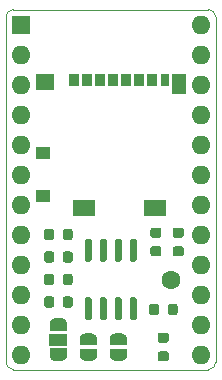
<source format=gbr>
%TF.GenerationSoftware,KiCad,Pcbnew,5.1.6+dfsg1-1~bpo10+1*%
%TF.CreationDate,Date%
%TF.ProjectId,ProMicro_LOG,50726f4d-6963-4726-9f5f-4c4f472e6b69,v1.2*%
%TF.SameCoordinates,Original*%
%TF.FileFunction,Soldermask,Top*%
%TF.FilePolarity,Negative*%
%FSLAX45Y45*%
G04 Gerber Fmt 4.5, Leading zero omitted, Abs format (unit mm)*
G04 Created by KiCad*
%MOMM*%
%LPD*%
G01*
G04 APERTURE LIST*
%TA.AperFunction,Profile*%
%ADD10C,0.100000*%
%TD*%
%ADD11R,1.600000X1.600000*%
%ADD12O,1.600000X1.600000*%
%ADD13C,0.150000*%
%ADD14R,1.500000X1.000000*%
%ADD15C,1.600000*%
%ADD16R,1.900000X1.350000*%
%ADD17R,1.200000X1.000000*%
%ADD18R,1.550000X1.350000*%
%ADD19R,1.170000X1.800000*%
%ADD20R,0.850000X1.100000*%
%ADD21R,0.750000X1.100000*%
G04 APERTURE END LIST*
D10*
X-63500Y127000D02*
G75*
G03*
X-127000Y63500I0J-63500D01*
G01*
X1651000Y63500D02*
G75*
G03*
X1587500Y127000I-63500J0D01*
G01*
X1587500Y-2921000D02*
G75*
G03*
X1651000Y-2857500I0J63500D01*
G01*
X-127000Y-2857500D02*
G75*
G03*
X-63500Y-2921000I63500J0D01*
G01*
X-127000Y63500D02*
X-127000Y-2857500D01*
X1587500Y127000D02*
X-63500Y127000D01*
X1651000Y-2857500D02*
X1651000Y63500D01*
X-63500Y-2921000D02*
X1587500Y-2921000D01*
G36*
G01*
X352500Y-1803625D02*
X352500Y-1752375D01*
G75*
G02*
X374375Y-1730500I21875J0D01*
G01*
X418125Y-1730500D01*
G75*
G02*
X440000Y-1752375I0J-21875D01*
G01*
X440000Y-1803625D01*
G75*
G02*
X418125Y-1825500I-21875J0D01*
G01*
X374375Y-1825500D01*
G75*
G02*
X352500Y-1803625I0J21875D01*
G01*
G37*
G36*
G01*
X195000Y-1803625D02*
X195000Y-1752375D01*
G75*
G02*
X216875Y-1730500I21875J0D01*
G01*
X260625Y-1730500D01*
G75*
G02*
X282500Y-1752375I0J-21875D01*
G01*
X282500Y-1803625D01*
G75*
G02*
X260625Y-1825500I-21875J0D01*
G01*
X216875Y-1825500D01*
G75*
G02*
X195000Y-1803625I0J21875D01*
G01*
G37*
D11*
X0Y0D03*
D12*
X0Y-254000D03*
X0Y-508000D03*
X1524000Y-2794000D03*
X0Y-762000D03*
X1524000Y-2540000D03*
X0Y-1016000D03*
X1524000Y-2286000D03*
X0Y-1270000D03*
X1524000Y-2032000D03*
X0Y-1524000D03*
X1524000Y-1778000D03*
X0Y-1778000D03*
X1524000Y-1524000D03*
X0Y-2032000D03*
X1524000Y-1270000D03*
X0Y-2286000D03*
X1524000Y-1016000D03*
X0Y-2540000D03*
X1524000Y-762000D03*
X0Y-2794000D03*
X1524000Y-508000D03*
X1524000Y-254000D03*
X1524000Y0D03*
G36*
G01*
X1180875Y-2765500D02*
X1232125Y-2765500D01*
G75*
G02*
X1254000Y-2787375I0J-21875D01*
G01*
X1254000Y-2831125D01*
G75*
G02*
X1232125Y-2853000I-21875J0D01*
G01*
X1180875Y-2853000D01*
G75*
G02*
X1159000Y-2831125I0J21875D01*
G01*
X1159000Y-2787375D01*
G75*
G02*
X1180875Y-2765500I21875J0D01*
G01*
G37*
G36*
G01*
X1180875Y-2608000D02*
X1232125Y-2608000D01*
G75*
G02*
X1254000Y-2629875I0J-21875D01*
G01*
X1254000Y-2673625D01*
G75*
G02*
X1232125Y-2695500I-21875J0D01*
G01*
X1180875Y-2695500D01*
G75*
G02*
X1159000Y-2673625I0J21875D01*
G01*
X1159000Y-2629875D01*
G75*
G02*
X1180875Y-2608000I21875J0D01*
G01*
G37*
D13*
G36*
X392500Y-2742000D02*
G01*
X392500Y-2797000D01*
X392440Y-2797000D01*
X392440Y-2799453D01*
X391959Y-2804336D01*
X391002Y-2809149D01*
X389577Y-2813844D01*
X387699Y-2818378D01*
X385386Y-2822705D01*
X382660Y-2826785D01*
X379548Y-2830578D01*
X376078Y-2834048D01*
X372285Y-2837160D01*
X368205Y-2839886D01*
X363878Y-2842199D01*
X359344Y-2844077D01*
X354649Y-2845502D01*
X349836Y-2846459D01*
X344953Y-2846940D01*
X342500Y-2846940D01*
X342500Y-2847000D01*
X292500Y-2847000D01*
X292500Y-2846940D01*
X290047Y-2846940D01*
X285164Y-2846459D01*
X280351Y-2845502D01*
X275656Y-2844077D01*
X271122Y-2842199D01*
X266795Y-2839886D01*
X262715Y-2837160D01*
X258922Y-2834048D01*
X255452Y-2830578D01*
X252340Y-2826785D01*
X249614Y-2822705D01*
X247300Y-2818378D01*
X245423Y-2813844D01*
X243998Y-2809149D01*
X243041Y-2804336D01*
X242560Y-2799453D01*
X242560Y-2797000D01*
X242500Y-2797000D01*
X242500Y-2742000D01*
X392500Y-2742000D01*
G37*
D14*
X317500Y-2667000D03*
D13*
G36*
X242560Y-2537000D02*
G01*
X242560Y-2534547D01*
X243041Y-2529664D01*
X243998Y-2524851D01*
X245423Y-2520156D01*
X247300Y-2515622D01*
X249614Y-2511295D01*
X252340Y-2507215D01*
X255452Y-2503422D01*
X258922Y-2499952D01*
X262715Y-2496840D01*
X266795Y-2494114D01*
X271122Y-2491801D01*
X275656Y-2489923D01*
X280351Y-2488498D01*
X285164Y-2487541D01*
X290047Y-2487060D01*
X292500Y-2487060D01*
X292500Y-2487000D01*
X342500Y-2487000D01*
X342500Y-2487060D01*
X344953Y-2487060D01*
X349836Y-2487541D01*
X354649Y-2488498D01*
X359344Y-2489923D01*
X363878Y-2491801D01*
X368205Y-2494114D01*
X372285Y-2496840D01*
X376078Y-2499952D01*
X379548Y-2503422D01*
X382660Y-2507215D01*
X385386Y-2511295D01*
X387699Y-2515622D01*
X389577Y-2520156D01*
X391002Y-2524851D01*
X391959Y-2529664D01*
X392440Y-2534547D01*
X392440Y-2537000D01*
X392500Y-2537000D01*
X392500Y-2592000D01*
X242500Y-2592000D01*
X242500Y-2537000D01*
X242560Y-2537000D01*
G37*
G36*
G01*
X1168625Y-1806500D02*
X1117375Y-1806500D01*
G75*
G02*
X1095500Y-1784625I0J21875D01*
G01*
X1095500Y-1740875D01*
G75*
G02*
X1117375Y-1719000I21875J0D01*
G01*
X1168625Y-1719000D01*
G75*
G02*
X1190500Y-1740875I0J-21875D01*
G01*
X1190500Y-1784625D01*
G75*
G02*
X1168625Y-1806500I-21875J0D01*
G01*
G37*
G36*
G01*
X1168625Y-1964000D02*
X1117375Y-1964000D01*
G75*
G02*
X1095500Y-1942125I0J21875D01*
G01*
X1095500Y-1898375D01*
G75*
G02*
X1117375Y-1876500I21875J0D01*
G01*
X1168625Y-1876500D01*
G75*
G02*
X1190500Y-1898375I0J-21875D01*
G01*
X1190500Y-1942125D01*
G75*
G02*
X1168625Y-1964000I-21875J0D01*
G01*
G37*
G36*
G01*
X1359125Y-1806500D02*
X1307875Y-1806500D01*
G75*
G02*
X1286000Y-1784625I0J21875D01*
G01*
X1286000Y-1740875D01*
G75*
G02*
X1307875Y-1719000I21875J0D01*
G01*
X1359125Y-1719000D01*
G75*
G02*
X1381000Y-1740875I0J-21875D01*
G01*
X1381000Y-1784625D01*
G75*
G02*
X1359125Y-1806500I-21875J0D01*
G01*
G37*
G36*
G01*
X1359125Y-1964000D02*
X1307875Y-1964000D01*
G75*
G02*
X1286000Y-1942125I0J21875D01*
G01*
X1286000Y-1898375D01*
G75*
G02*
X1307875Y-1876500I21875J0D01*
G01*
X1359125Y-1876500D01*
G75*
G02*
X1381000Y-1898375I0J-21875D01*
G01*
X1381000Y-1942125D01*
G75*
G02*
X1359125Y-1964000I-21875J0D01*
G01*
G37*
G36*
G01*
X352500Y-1994125D02*
X352500Y-1942875D01*
G75*
G02*
X374375Y-1921000I21875J0D01*
G01*
X418125Y-1921000D01*
G75*
G02*
X440000Y-1942875I0J-21875D01*
G01*
X440000Y-1994125D01*
G75*
G02*
X418125Y-2016000I-21875J0D01*
G01*
X374375Y-2016000D01*
G75*
G02*
X352500Y-1994125I0J21875D01*
G01*
G37*
G36*
G01*
X195000Y-1994125D02*
X195000Y-1942875D01*
G75*
G02*
X216875Y-1921000I21875J0D01*
G01*
X260625Y-1921000D01*
G75*
G02*
X282500Y-1942875I0J-21875D01*
G01*
X282500Y-1994125D01*
G75*
G02*
X260625Y-2016000I-21875J0D01*
G01*
X216875Y-2016000D01*
G75*
G02*
X195000Y-1994125I0J21875D01*
G01*
G37*
G36*
G01*
X352500Y-2184625D02*
X352500Y-2133375D01*
G75*
G02*
X374375Y-2111500I21875J0D01*
G01*
X418125Y-2111500D01*
G75*
G02*
X440000Y-2133375I0J-21875D01*
G01*
X440000Y-2184625D01*
G75*
G02*
X418125Y-2206500I-21875J0D01*
G01*
X374375Y-2206500D01*
G75*
G02*
X352500Y-2184625I0J21875D01*
G01*
G37*
G36*
G01*
X195000Y-2184625D02*
X195000Y-2133375D01*
G75*
G02*
X216875Y-2111500I21875J0D01*
G01*
X260625Y-2111500D01*
G75*
G02*
X282500Y-2133375I0J-21875D01*
G01*
X282500Y-2184625D01*
G75*
G02*
X260625Y-2206500I-21875J0D01*
G01*
X216875Y-2206500D01*
G75*
G02*
X195000Y-2184625I0J21875D01*
G01*
G37*
G36*
G01*
X352500Y-2375125D02*
X352500Y-2323875D01*
G75*
G02*
X374375Y-2302000I21875J0D01*
G01*
X418125Y-2302000D01*
G75*
G02*
X440000Y-2323875I0J-21875D01*
G01*
X440000Y-2375125D01*
G75*
G02*
X418125Y-2397000I-21875J0D01*
G01*
X374375Y-2397000D01*
G75*
G02*
X352500Y-2375125I0J21875D01*
G01*
G37*
G36*
G01*
X195000Y-2375125D02*
X195000Y-2323875D01*
G75*
G02*
X216875Y-2302000I21875J0D01*
G01*
X260625Y-2302000D01*
G75*
G02*
X282500Y-2323875I0J-21875D01*
G01*
X282500Y-2375125D01*
G75*
G02*
X260625Y-2397000I-21875J0D01*
G01*
X216875Y-2397000D01*
G75*
G02*
X195000Y-2375125I0J21875D01*
G01*
G37*
G36*
G01*
X1171500Y-2387375D02*
X1171500Y-2438625D01*
G75*
G02*
X1149625Y-2460500I-21875J0D01*
G01*
X1105875Y-2460500D01*
G75*
G02*
X1084000Y-2438625I0J21875D01*
G01*
X1084000Y-2387375D01*
G75*
G02*
X1105875Y-2365500I21875J0D01*
G01*
X1149625Y-2365500D01*
G75*
G02*
X1171500Y-2387375I0J-21875D01*
G01*
G37*
G36*
G01*
X1329000Y-2387375D02*
X1329000Y-2438625D01*
G75*
G02*
X1307125Y-2460500I-21875J0D01*
G01*
X1263375Y-2460500D01*
G75*
G02*
X1241500Y-2438625I0J21875D01*
G01*
X1241500Y-2387375D01*
G75*
G02*
X1263375Y-2365500I21875J0D01*
G01*
X1307125Y-2365500D01*
G75*
G02*
X1329000Y-2387375I0J-21875D01*
G01*
G37*
G36*
X646440Y-2795500D02*
G01*
X646440Y-2797953D01*
X645959Y-2802836D01*
X645002Y-2807649D01*
X643577Y-2812344D01*
X641700Y-2816878D01*
X639386Y-2821205D01*
X636660Y-2825285D01*
X633548Y-2829078D01*
X630078Y-2832548D01*
X626285Y-2835660D01*
X622205Y-2838386D01*
X617878Y-2840699D01*
X613345Y-2842577D01*
X608649Y-2844002D01*
X603837Y-2844959D01*
X598953Y-2845440D01*
X596500Y-2845440D01*
X596500Y-2845500D01*
X546500Y-2845500D01*
X546500Y-2845440D01*
X544047Y-2845440D01*
X539164Y-2844959D01*
X534351Y-2844002D01*
X529656Y-2842577D01*
X525122Y-2840699D01*
X520795Y-2838386D01*
X516715Y-2835660D01*
X512922Y-2832548D01*
X509452Y-2829078D01*
X506340Y-2825285D01*
X503614Y-2821205D01*
X501300Y-2816878D01*
X499423Y-2812344D01*
X497998Y-2807649D01*
X497041Y-2802836D01*
X496560Y-2797953D01*
X496560Y-2795500D01*
X496500Y-2795500D01*
X496500Y-2745500D01*
X646500Y-2745500D01*
X646500Y-2795500D01*
X646440Y-2795500D01*
G37*
G36*
X496500Y-2715500D02*
G01*
X496500Y-2665500D01*
X496560Y-2665500D01*
X496560Y-2663047D01*
X497041Y-2658164D01*
X497998Y-2653351D01*
X499423Y-2648656D01*
X501300Y-2644122D01*
X503614Y-2639795D01*
X506340Y-2635715D01*
X509452Y-2631922D01*
X512922Y-2628452D01*
X516715Y-2625340D01*
X520795Y-2622614D01*
X525122Y-2620301D01*
X529656Y-2618423D01*
X534351Y-2616998D01*
X539164Y-2616041D01*
X544047Y-2615560D01*
X546500Y-2615560D01*
X546500Y-2615500D01*
X596500Y-2615500D01*
X596500Y-2615560D01*
X598953Y-2615560D01*
X603837Y-2616041D01*
X608649Y-2616998D01*
X613345Y-2618423D01*
X617878Y-2620301D01*
X622205Y-2622614D01*
X626285Y-2625340D01*
X630078Y-2628452D01*
X633548Y-2631922D01*
X636660Y-2635715D01*
X639386Y-2639795D01*
X641700Y-2644122D01*
X643577Y-2648656D01*
X645002Y-2653351D01*
X645959Y-2658164D01*
X646440Y-2663047D01*
X646440Y-2665500D01*
X646500Y-2665500D01*
X646500Y-2715500D01*
X496500Y-2715500D01*
G37*
G36*
X900440Y-2795500D02*
G01*
X900440Y-2797953D01*
X899959Y-2802836D01*
X899002Y-2807649D01*
X897577Y-2812344D01*
X895699Y-2816878D01*
X893386Y-2821205D01*
X890660Y-2825285D01*
X887548Y-2829078D01*
X884078Y-2832548D01*
X880285Y-2835660D01*
X876205Y-2838386D01*
X871878Y-2840699D01*
X867344Y-2842577D01*
X862649Y-2844002D01*
X857836Y-2844959D01*
X852953Y-2845440D01*
X850500Y-2845440D01*
X850500Y-2845500D01*
X800500Y-2845500D01*
X800500Y-2845440D01*
X798047Y-2845440D01*
X793163Y-2844959D01*
X788351Y-2844002D01*
X783655Y-2842577D01*
X779122Y-2840699D01*
X774795Y-2838386D01*
X770715Y-2835660D01*
X766922Y-2832548D01*
X763452Y-2829078D01*
X760340Y-2825285D01*
X757614Y-2821205D01*
X755300Y-2816878D01*
X753423Y-2812344D01*
X751998Y-2807649D01*
X751041Y-2802836D01*
X750560Y-2797953D01*
X750560Y-2795500D01*
X750500Y-2795500D01*
X750500Y-2745500D01*
X900500Y-2745500D01*
X900500Y-2795500D01*
X900440Y-2795500D01*
G37*
G36*
X750500Y-2715500D02*
G01*
X750500Y-2665500D01*
X750560Y-2665500D01*
X750560Y-2663047D01*
X751041Y-2658164D01*
X751998Y-2653351D01*
X753423Y-2648656D01*
X755300Y-2644122D01*
X757614Y-2639795D01*
X760340Y-2635715D01*
X763452Y-2631922D01*
X766922Y-2628452D01*
X770715Y-2625340D01*
X774795Y-2622614D01*
X779122Y-2620301D01*
X783655Y-2618423D01*
X788351Y-2616998D01*
X793163Y-2616041D01*
X798047Y-2615560D01*
X800500Y-2615560D01*
X800500Y-2615500D01*
X850500Y-2615500D01*
X850500Y-2615560D01*
X852953Y-2615560D01*
X857836Y-2616041D01*
X862649Y-2616998D01*
X867344Y-2618423D01*
X871878Y-2620301D01*
X876205Y-2622614D01*
X880285Y-2625340D01*
X884078Y-2628452D01*
X887548Y-2631922D01*
X890660Y-2635715D01*
X893386Y-2639795D01*
X895699Y-2644122D01*
X897577Y-2648656D01*
X899002Y-2653351D01*
X899959Y-2658164D01*
X900440Y-2663047D01*
X900440Y-2665500D01*
X900500Y-2665500D01*
X900500Y-2715500D01*
X750500Y-2715500D01*
G37*
G36*
G01*
X586500Y-2009000D02*
X556500Y-2009000D01*
G75*
G02*
X541500Y-1994000I0J15000D01*
G01*
X541500Y-1829000D01*
G75*
G02*
X556500Y-1814000I15000J0D01*
G01*
X586500Y-1814000D01*
G75*
G02*
X601500Y-1829000I0J-15000D01*
G01*
X601500Y-1994000D01*
G75*
G02*
X586500Y-2009000I-15000J0D01*
G01*
G37*
G36*
G01*
X713500Y-2009000D02*
X683500Y-2009000D01*
G75*
G02*
X668500Y-1994000I0J15000D01*
G01*
X668500Y-1829000D01*
G75*
G02*
X683500Y-1814000I15000J0D01*
G01*
X713500Y-1814000D01*
G75*
G02*
X728500Y-1829000I0J-15000D01*
G01*
X728500Y-1994000D01*
G75*
G02*
X713500Y-2009000I-15000J0D01*
G01*
G37*
G36*
G01*
X840500Y-2009000D02*
X810500Y-2009000D01*
G75*
G02*
X795500Y-1994000I0J15000D01*
G01*
X795500Y-1829000D01*
G75*
G02*
X810500Y-1814000I15000J0D01*
G01*
X840500Y-1814000D01*
G75*
G02*
X855500Y-1829000I0J-15000D01*
G01*
X855500Y-1994000D01*
G75*
G02*
X840500Y-2009000I-15000J0D01*
G01*
G37*
G36*
G01*
X967500Y-2009000D02*
X937500Y-2009000D01*
G75*
G02*
X922500Y-1994000I0J15000D01*
G01*
X922500Y-1829000D01*
G75*
G02*
X937500Y-1814000I15000J0D01*
G01*
X967500Y-1814000D01*
G75*
G02*
X982500Y-1829000I0J-15000D01*
G01*
X982500Y-1994000D01*
G75*
G02*
X967500Y-2009000I-15000J0D01*
G01*
G37*
G36*
G01*
X967500Y-2504000D02*
X937500Y-2504000D01*
G75*
G02*
X922500Y-2489000I0J15000D01*
G01*
X922500Y-2324000D01*
G75*
G02*
X937500Y-2309000I15000J0D01*
G01*
X967500Y-2309000D01*
G75*
G02*
X982500Y-2324000I0J-15000D01*
G01*
X982500Y-2489000D01*
G75*
G02*
X967500Y-2504000I-15000J0D01*
G01*
G37*
G36*
G01*
X840500Y-2504000D02*
X810500Y-2504000D01*
G75*
G02*
X795500Y-2489000I0J15000D01*
G01*
X795500Y-2324000D01*
G75*
G02*
X810500Y-2309000I15000J0D01*
G01*
X840500Y-2309000D01*
G75*
G02*
X855500Y-2324000I0J-15000D01*
G01*
X855500Y-2489000D01*
G75*
G02*
X840500Y-2504000I-15000J0D01*
G01*
G37*
G36*
G01*
X713500Y-2504000D02*
X683500Y-2504000D01*
G75*
G02*
X668500Y-2489000I0J15000D01*
G01*
X668500Y-2324000D01*
G75*
G02*
X683500Y-2309000I15000J0D01*
G01*
X713500Y-2309000D01*
G75*
G02*
X728500Y-2324000I0J-15000D01*
G01*
X728500Y-2489000D01*
G75*
G02*
X713500Y-2504000I-15000J0D01*
G01*
G37*
G36*
G01*
X586500Y-2504000D02*
X556500Y-2504000D01*
G75*
G02*
X541500Y-2489000I0J15000D01*
G01*
X541500Y-2324000D01*
G75*
G02*
X556500Y-2309000I15000J0D01*
G01*
X586500Y-2309000D01*
G75*
G02*
X601500Y-2324000I0J-15000D01*
G01*
X601500Y-2489000D01*
G75*
G02*
X586500Y-2504000I-15000J0D01*
G01*
G37*
D15*
X1270000Y-2159000D03*
D16*
X1135000Y-1553500D03*
X538000Y-1553500D03*
D17*
X188000Y-1086000D03*
X188000Y-1456000D03*
D18*
X205500Y-483500D03*
D19*
X1337500Y-506000D03*
D20*
X1111500Y-471000D03*
X1001500Y-471000D03*
X891500Y-471000D03*
X781500Y-471000D03*
X671500Y-471000D03*
X561500Y-471000D03*
D21*
X1216500Y-471000D03*
D20*
X451500Y-471000D03*
M02*

</source>
